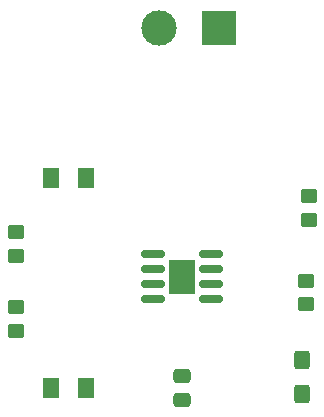
<source format=gbr>
%TF.GenerationSoftware,KiCad,Pcbnew,(7.0.0)*%
%TF.CreationDate,2023-02-16T14:42:30-08:00*%
%TF.ProjectId,Lab 4 E2,4c616220-3420-4453-922e-6b696361645f,rev?*%
%TF.SameCoordinates,Original*%
%TF.FileFunction,Soldermask,Top*%
%TF.FilePolarity,Negative*%
%FSLAX46Y46*%
G04 Gerber Fmt 4.6, Leading zero omitted, Abs format (unit mm)*
G04 Created by KiCad (PCBNEW (7.0.0)) date 2023-02-16 14:42:30*
%MOMM*%
%LPD*%
G01*
G04 APERTURE LIST*
G04 Aperture macros list*
%AMRoundRect*
0 Rectangle with rounded corners*
0 $1 Rounding radius*
0 $2 $3 $4 $5 $6 $7 $8 $9 X,Y pos of 4 corners*
0 Add a 4 corners polygon primitive as box body*
4,1,4,$2,$3,$4,$5,$6,$7,$8,$9,$2,$3,0*
0 Add four circle primitives for the rounded corners*
1,1,$1+$1,$2,$3*
1,1,$1+$1,$4,$5*
1,1,$1+$1,$6,$7*
1,1,$1+$1,$8,$9*
0 Add four rect primitives between the rounded corners*
20,1,$1+$1,$2,$3,$4,$5,0*
20,1,$1+$1,$4,$5,$6,$7,0*
20,1,$1+$1,$6,$7,$8,$9,0*
20,1,$1+$1,$8,$9,$2,$3,0*%
G04 Aperture macros list end*
%ADD10RoundRect,0.250001X0.462499X0.624999X-0.462499X0.624999X-0.462499X-0.624999X0.462499X-0.624999X0*%
%ADD11R,3.000000X3.000000*%
%ADD12C,3.000000*%
%ADD13RoundRect,0.250000X-0.475000X0.337500X-0.475000X-0.337500X0.475000X-0.337500X0.475000X0.337500X0*%
%ADD14RoundRect,0.250000X-0.450000X0.350000X-0.450000X-0.350000X0.450000X-0.350000X0.450000X0.350000X0*%
%ADD15RoundRect,0.250001X-0.462499X-0.624999X0.462499X-0.624999X0.462499X0.624999X-0.462499X0.624999X0*%
%ADD16RoundRect,0.150000X-0.825000X-0.150000X0.825000X-0.150000X0.825000X0.150000X-0.825000X0.150000X0*%
%ADD17R,2.290000X3.000000*%
%ADD18RoundRect,0.250000X-0.425000X0.537500X-0.425000X-0.537500X0.425000X-0.537500X0.425000X0.537500X0*%
G04 APERTURE END LIST*
D10*
%TO.C,D2*%
X49747500Y-58420000D03*
X46772500Y-58420000D03*
%TD*%
D11*
%TO.C,J1*%
X60959999Y-27939999D03*
D12*
X55880000Y-27940000D03*
%TD*%
D13*
%TO.C,C2*%
X57865000Y-57382500D03*
X57865000Y-59457500D03*
%TD*%
D14*
%TO.C,R4*%
X43820000Y-51572936D03*
X43820000Y-53572936D03*
%TD*%
%TO.C,R1*%
X68580000Y-42180000D03*
X68580000Y-44180000D03*
%TD*%
D15*
%TO.C,D1*%
X46772500Y-40640000D03*
X49747500Y-40640000D03*
%TD*%
D16*
%TO.C,U1*%
X55375000Y-47105000D03*
X55375000Y-48375000D03*
X55375000Y-49645000D03*
X55375000Y-50915000D03*
X60325000Y-50915000D03*
X60325000Y-49645000D03*
X60325000Y-48375000D03*
X60325000Y-47105000D03*
D17*
X57849999Y-49009999D03*
%TD*%
D18*
%TO.C,C1*%
X68000000Y-56080000D03*
X68000000Y-58955000D03*
%TD*%
D14*
%TO.C,R3*%
X43805000Y-45260000D03*
X43805000Y-47260000D03*
%TD*%
%TO.C,R2*%
X68400000Y-49345872D03*
X68400000Y-51345872D03*
%TD*%
M02*

</source>
